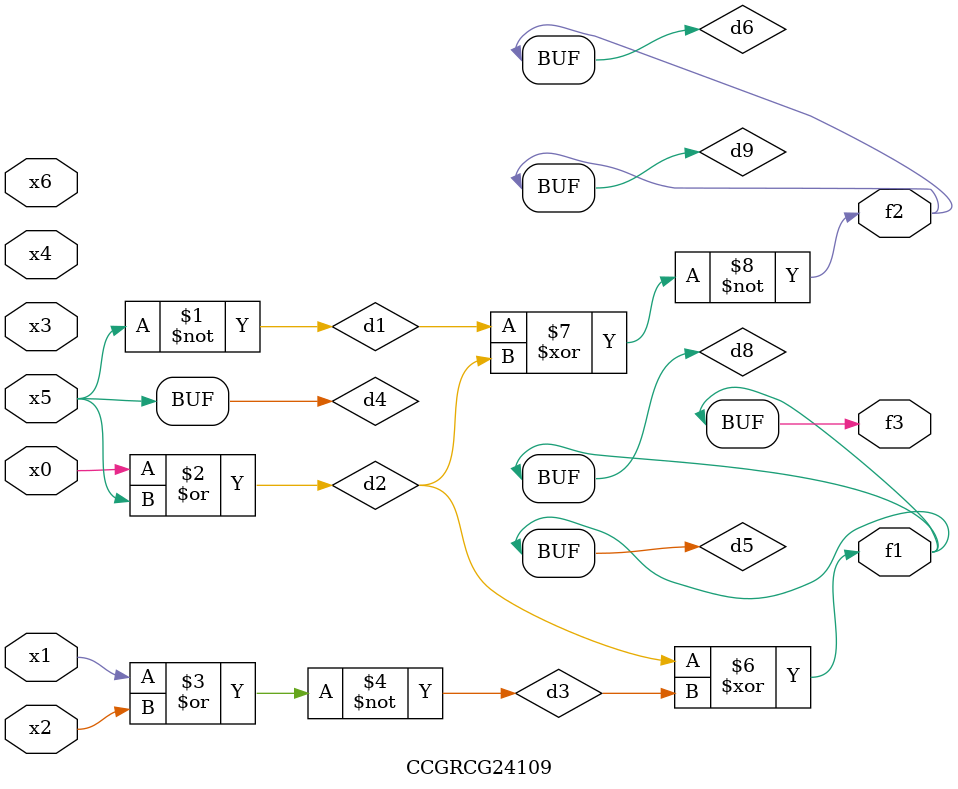
<source format=v>
module CCGRCG24109(
	input x0, x1, x2, x3, x4, x5, x6,
	output f1, f2, f3
);

	wire d1, d2, d3, d4, d5, d6, d7, d8, d9;

	nand (d1, x5);
	or (d2, x0, x5);
	nor (d3, x1, x2);
	xnor (d4, d1);
	xor (d5, d2, d3);
	xnor (d6, d1, d2);
	not (d7, x4);
	buf (d8, d5);
	xor (d9, d6);
	assign f1 = d8;
	assign f2 = d9;
	assign f3 = d8;
endmodule

</source>
